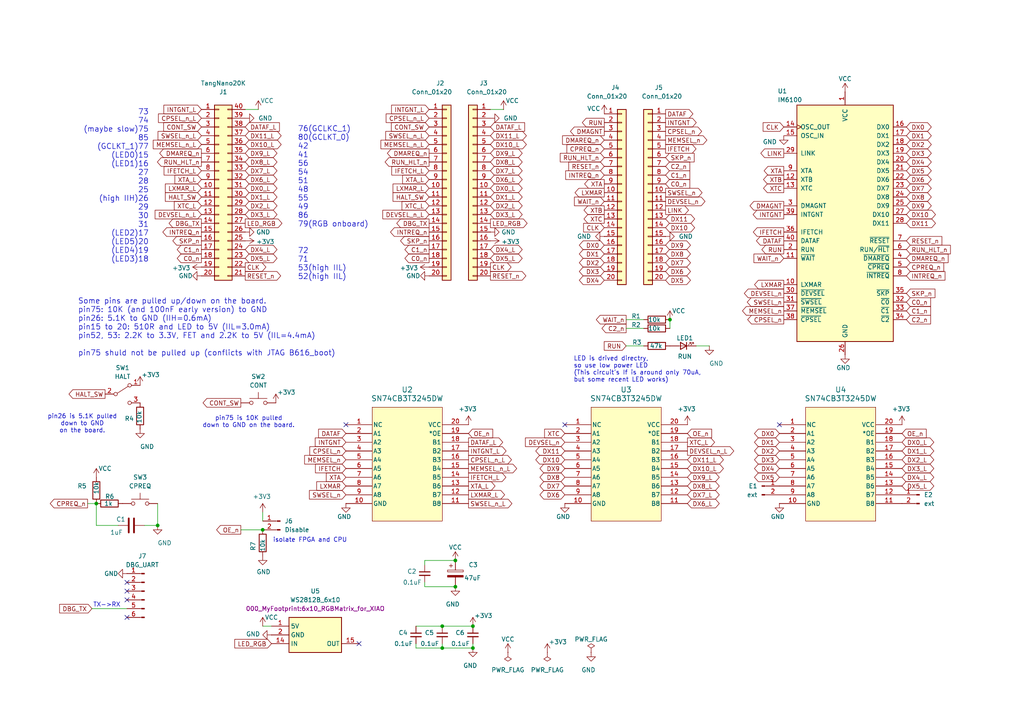
<source format=kicad_sch>
(kicad_sch (version 20250114) (generator "eeschema") (generator_version "9.0")
  (paper "A4")
  (title_block (title "Memory System and UART for IM6100  using Tang Nano 20K") (date "2026-01-12") (rev "2.1") (company "Ryo Mukai"))
  (lib_symbols
    (symbol "000_MyLibrary:C" (pin_numbers (hide yes)) (pin_names (offset 0.254))
      (property "Reference" "C" (at 0.635 2.54 0))
      (property "Value" "C" (at 0.635 -2.54 0))
      (symbol "C_1_1"
        (pin passive line (at 0 3.81 270) (length 2.794) (name "~") (number "1"))
        (pin passive line (at 0 -3.81 90) (length 2.794) (name "~") (number "2"))
      )
    )
    (symbol "000_MyLibrary:C_Polarized" (pin_numbers (hide yes)) (pin_names (offset 0.254))
      (property "Reference" "C" (at 0.635 2.54 0))
      (property "Value" "C_Polarized" (at 0.635 -2.54 0))
      (symbol "C_Polarized_1_1"
        (pin passive line (at 0 3.81 270) (length 2.794) (name "~") (number "1"))
        (pin passive line (at 0 -3.81 90) (length 2.794) (name "~") (number "2"))
      )
    )
    (symbol "000_MyLibrary:C_Small" (pin_numbers (hide yes)) (pin_names (offset 0.254) (hide yes))
      (property "Reference" "C" (at 0.254 1.778 0))
      (property "Value" "C_Small" (at 0.254 -2.032 0))
      (symbol "C_Small_1_1"
        (pin passive line (at 0 2.54 270) (length 2.032) (name "~") (number "1"))
        (pin passive line (at 0 -2.54 90) (length 2.032) (name "~") (number "2"))
      )
    )
    (symbol "000_MyLibrary:Conn_01x02_Male" (pin_names (offset 1.016) (hide yes))
      (property "Reference" "J" (at 0 2.54 0))
      (property "Value" "Conn_01x02_Male" (at 0 -5.08 0))
      (symbol "Conn_01x02_Male_1_1"
        (pin passive line (at 5.08 0 180) (length 3.81) (name "Pin_1") (number "1"))
        (pin passive line (at 5.08 -2.54 180) (length 3.81) (name "Pin_2") (number "2"))
      )
    )
    (symbol "000_MyLibrary:Conn_01x06_Pin" (pin_names (offset 1.016) (hide yes))
      (property "Reference" "J" (at 0 7.62 0))
      (property "Value" "Conn_01x06_Pin" (at 0 -10.16 0))
      (symbol "Conn_01x06_Pin_1_1"
        (pin passive line (at 5.08 5.08 180) (length 3.81) (name "Pin_1") (number "1"))
        (pin passive line (at 5.08 2.54 180) (length 3.81) (name "Pin_2") (number "2"))
        (pin passive line (at 5.08 0 180) (length 3.81) (name "Pin_3") (number "3"))
        (pin passive line (at 5.08 -2.54 180) (length 3.81) (name "Pin_4") (number "4"))
        (pin passive line (at 5.08 -5.08 180) (length 3.81) (name "Pin_5") (number "5"))
        (pin passive line (at 5.08 -7.62 180) (length 3.81) (name "Pin_6") (number "6"))
      )
    )
    (symbol "000_MyLibrary:Conn_01x20" (pin_names (offset 1.016) (hide yes))
      (property "Reference" "J" (at 0 25.4 0))
      (property "Value" "Conn_01x20" (at 0 -27.94 0))
      (symbol "Conn_01x20_1_1"
        (pin passive line (at -5.08 22.86 0) (length 3.81) (name "Pin_1") (number "1"))
        (pin passive line (at -5.08 20.32 0) (length 3.81) (name "Pin_2") (number "2"))
        (pin passive line (at -5.08 17.78 0) (length 3.81) (name "Pin_3") (number "3"))
        (pin passive line (at -5.08 15.24 0) (length 3.81) (name "Pin_4") (number "4"))
        (pin passive line (at -5.08 12.7 0) (length 3.81) (name "Pin_5") (number "5"))
        (pin passive line (at -5.08 10.16 0) (length 3.81) (name "Pin_6") (number "6"))
        (pin passive line (at -5.08 7.62 0) (length 3.81) (name "Pin_7") (number "7"))
        (pin passive line (at -5.08 5.08 0) (length 3.81) (name "Pin_8") (number "8"))
        (pin passive line (at -5.08 2.54 0) (length 3.81) (name "Pin_9") (number "9"))
        (pin passive line (at -5.08 0 0) (length 3.81) (name "Pin_10") (number "10"))
        (pin passive line (at -5.08 -2.54 0) (length 3.81) (name "Pin_11") (number "11"))
        (pin passive line (at -5.08 -5.08 0) (length 3.81) (name "Pin_12") (number "12"))
        (pin passive line (at -5.08 -7.62 0) (length 3.81) (name "Pin_13") (number "13"))
        (pin passive line (at -5.08 -10.16 0) (length 3.81) (name "Pin_14") (number "14"))
        (pin passive line (at -5.08 -12.7 0) (length 3.81) (name "Pin_15") (number "15"))
        (pin passive line (at -5.08 -15.24 0) (length 3.81) (name "Pin_16") (number "16"))
        (pin passive line (at -5.08 -17.78 0) (length 3.81) (name "Pin_17") (number "17"))
        (pin passive line (at -5.08 -20.32 0) (length 3.81) (name "Pin_18") (number "18"))
        (pin passive line (at -5.08 -22.86 0) (length 3.81) (name "Pin_19") (number "19"))
        (pin passive line (at -5.08 -25.4 0) (length 3.81) (name "Pin_20") (number "20"))
      )
    )
    (symbol "000_MyLibrary:Conn_02x20_Counter_Clockwise" (pin_names (offset 1.016) (hide yes))
      (property "Reference" "J" (at 1.27 25.4 0))
      (property "Value" "Conn_02x20_Counter_Clockwise" (at 1.27 -27.94 0))
      (symbol "Conn_02x20_Counter_Clockwise_1_1"
        (pin passive line (at -5.08 22.86 0) (length 3.81) (name "Pin_1") (number "1"))
        (pin passive line (at -5.08 20.32 0) (length 3.81) (name "Pin_2") (number "2"))
        (pin passive line (at -5.08 17.78 0) (length 3.81) (name "Pin_3") (number "3"))
        (pin passive line (at -5.08 15.24 0) (length 3.81) (name "Pin_4") (number "4"))
        (pin passive line (at -5.08 12.7 0) (length 3.81) (name "Pin_5") (number "5"))
        (pin passive line (at -5.08 10.16 0) (length 3.81) (name "Pin_6") (number "6"))
        (pin passive line (at -5.08 7.62 0) (length 3.81) (name "Pin_7") (number "7"))
        (pin passive line (at -5.08 5.08 0) (length 3.81) (name "Pin_8") (number "8"))
        (pin passive line (at -5.08 2.54 0) (length 3.81) (name "Pin_9") (number "9"))
        (pin passive line (at -5.08 0 0) (length 3.81) (name "Pin_10") (number "10"))
        (pin passive line (at -5.08 -2.54 0) (length 3.81) (name "Pin_11") (number "11"))
        (pin passive line (at -5.08 -5.08 0) (length 3.81) (name "Pin_12") (number "12"))
        (pin passive line (at -5.08 -7.62 0) (length 3.81) (name "Pin_13") (number "13"))
        (pin passive line (at -5.08 -10.16 0) (length 3.81) (name "Pin_14") (number "14"))
        (pin passive line (at -5.08 -12.7 0) (length 3.81) (name "Pin_15") (number "15"))
        (pin passive line (at -5.08 -15.24 0) (length 3.81) (name "Pin_16") (number "16"))
        (pin passive line (at -5.08 -17.78 0) (length 3.81) (name "Pin_17") (number "17"))
        (pin passive line (at -5.08 -20.32 0) (length 3.81) (name "Pin_18") (number "18"))
        (pin passive line (at -5.08 -22.86 0) (length 3.81) (name "Pin_19") (number "19"))
        (pin passive line (at -5.08 -25.4 0) (length 3.81) (name "Pin_20") (number "20"))
        (pin passive line (at 7.62 22.86 180) (length 3.81) (name "Pin_40") (number "40"))
        (pin passive line (at 7.62 20.32 180) (length 3.81) (name "Pin_39") (number "39"))
        (pin passive line (at 7.62 17.78 180) (length 3.81) (name "Pin_38") (number "38"))
        (pin passive line (at 7.62 15.24 180) (length 3.81) (name "Pin_37") (number "37"))
        (pin passive line (at 7.62 12.7 180) (length 3.81) (name "Pin_36") (number "36"))
        (pin passive line (at 7.62 10.16 180) (length 3.81) (name "Pin_35") (number "35"))
        (pin passive line (at 7.62 7.62 180) (length 3.81) (name "Pin_34") (number "34"))
        (pin passive line (at 7.62 5.08 180) (length 3.81) (name "Pin_33") (number "33"))
        (pin passive line (at 7.62 2.54 180) (length 3.81) (name "Pin_32") (number "32"))
        (pin passive line (at 7.62 0 180) (length 3.81) (name "Pin_31") (number "31"))
        (pin passive line (at 7.62 -2.54 180) (length 3.81) (name "Pin_30") (number "30"))
        (pin passive line (at 7.62 -5.08 180) (length 3.81) (name "Pin_29") (number "29"))
        (pin passive line (at 7.62 -7.62 180) (length 3.81) (name "Pin_28") (number "28"))
        (pin passive line (at 7.62 -10.16 180) (length 3.81) (name "Pin_27") (number "27"))
        (pin passive line (at 7.62 -12.7 180) (length 3.81) (name "Pin_26") (number "26"))
        (pin passive line (at 7.62 -15.24 180) (length 3.81) (name "Pin_25") (number "25"))
        (pin passive line (at 7.62 -17.78 180) (length 3.81) (name "Pin_24") (number "24"))
        (pin passive line (at 7.62 -20.32 180) (length 3.81) (name "Pin_23") (number "23"))
        (pin passive line (at 7.62 -22.86 180) (length 3.81) (name "Pin_22") (number "22"))
        (pin passive line (at 7.62 -25.4 180) (length 3.81) (name "Pin_21") (number "21"))
      )
    )
    (symbol "000_MyLibrary:IM6100" (pin_names (offset 1.016))
      (property "Reference" "U1" (at 1.9559 38.1 0))
      (property "Value" "IM6100" (at 1.9559 35.56 0))
      (symbol "IM6100_1_1"
        (pin input clock (at -17.78 27.94 0) (length 3.81) (name "OSC_OUT") (number "14"))
        (pin input line (at -17.78 25.4 0) (length 3.81) (name "OSC_IN") (number "15"))
        (pin output line (at -17.78 20.32 0) (length 3.81) (name "LINK") (number "29"))
        (pin output line (at -17.78 15.24 0) (length 3.81) (name "XTA") (number "9"))
        (pin output line (at -17.78 12.7 0) (length 3.81) (name "XTB") (number "12"))
        (pin output line (at -17.78 10.16 0) (length 3.81) (name "XTC") (number "13"))
        (pin output line (at -17.78 5.08 0) (length 3.81) (name "DMAGNT") (number "3"))
        (pin output line (at -17.78 2.54 0) (length 3.81) (name "INTGNT") (number "39"))
        (pin output line (at -17.78 -2.54 0) (length 3.81) (name "IFETCH") (number "36"))
        (pin output line (at -17.78 -5.08 0) (length 3.81) (name "DATAF") (number "40"))
        (pin output line (at -17.78 -7.62 0) (length 3.81) (name "RUN") (number "2"))
        (pin input line (at -17.78 -10.16 0) (length 3.81) (name "~{WAIT}") (number "11"))
        (pin output line (at -17.78 -17.78 0) (length 3.81) (name "LXMAR") (number "10"))
        (pin output line (at -17.78 -20.32 0) (length 3.81) (name "~{DEVSEL}") (number "30"))
        (pin output line (at -17.78 -22.86 0) (length 3.81) (name "~{SWSEL}") (number "31"))
        (pin output line (at -17.78 -25.4 0) (length 3.81) (name "~{MEMSEL}") (number "37"))
        (pin output line (at -17.78 -27.94 0) (length 3.81) (name "~{CPSEL}") (number "38"))
        (pin power_in line (at 0 38.1 270) (length 3.81) (name "VCC") (number "1"))
        (pin power_in line (at 0 -38.1 90) (length 3.81) (name "GND") (number "26"))
        (pin bidirectional line (at 17.78 27.94 180) (length 3.81) (name "DX0") (number "16"))
        (pin bidirectional line (at 17.78 25.4 180) (length 3.81) (name "DX1") (number "17"))
        (pin bidirectional line (at 17.78 22.86 180) (length 3.81) (name "DX2") (number "18"))
        (pin bidirectional line (at 17.78 20.32 180) (length 3.81) (name "DX3") (number "19"))
        (pin bidirectional line (at 17.78 17.78 180) (length 3.81) (name "DX4") (number "20"))
        (pin bidirectional line (at 17.78 15.24 180) (length 3.81) (name "DX5") (number "21"))
        (pin bidirectional line (at 17.78 12.7 180) (length 3.81) (name "DX6") (number "22"))
        (pin bidirectional line (at 17.78 10.16 180) (length 3.81) (name "DX7") (number "23"))
        (pin bidirectional line (at 17.78 7.62 180) (length 3.81) (name "DX8") (number "24"))
        (pin bidirectional line (at 17.78 5.08 180) (length 3.81) (name "DX9") (number "25"))
        (pin bidirectional line (at 17.78 2.54 180) (length 3.81) (name "DX10") (number "27"))
        (pin bidirectional line (at 17.78 0 180) (length 3.81) (name "DX11") (number "28"))
        (pin input line (at 17.78 -5.08 180) (length 3.81) (name "~{RESET}") (number "7"))
        (pin input line (at 17.78 -7.62 180) (length 3.81) (name "RUN/~{HLT}") (number "6"))
        (pin input line (at 17.78 -10.16 180) (length 3.81) (name "~{DMAREQ}") (number "4"))
        (pin input line (at 17.78 -12.7 180) (length 3.81) (name "~{CPREQ}") (number "5"))
        (pin input line (at 17.78 -15.24 180) (length 3.81) (name "~{INTREQ}") (number "8"))
        (pin input line (at 17.78 -20.32 180) (length 3.81) (name "~{SKP}") (number "35"))
        (pin input line (at 17.78 -22.86 180) (length 3.81) (name "~{C0}") (number "32"))
        (pin input line (at 17.78 -25.4 180) (length 3.81) (name "~{C1}") (number "33"))
        (pin input line (at 17.78 -27.94 180) (length 3.81) (name "~{C2}") (number "34"))
      )
    )
    (symbol "000_MyLibrary:LED" (pin_numbers (hide yes)) (pin_names (offset 1.016) (hide yes))
      (property "Reference" "LED" (at 0.254 2.54 0))
      (property "Value" "LED" (at 0.254 -2.54 0))
      (symbol "LED_1_1"
        (pin passive line (at -3.81 0 0) (length 2.54) (name "K") (number "1"))
        (pin passive line (at 3.81 0 180) (length 2.54) (name "A") (number "2"))
      )
    )
    (symbol "000_MyLibrary:R" (pin_numbers (hide yes)) (pin_names (offset 0))
      (property "Reference" "R" (at 2.032 0 90))
      (property "Value" "R" (at 0 0 90))
      (symbol "R_1_1"
        (pin passive line (at 0 3.81 270) (length 1.27) (name "~") (number "1"))
        (pin passive line (at 0 -3.81 90) (length 1.27) (name "~") (number "2"))
      )
    )
    (symbol "000_MyLibrary:SN74CB3T3245DW" (pin_names (offset 0.254))
      (property "Reference" "U" (at -2.54 10.16 0))
      (property "Value" "SN74CB3T3245DW" (at 7.62 7.62 0))
      (symbol "SN74CB3T3245DW_0_1"
        (pin unspecified line (at 0 0 0) (length 7.62) (name "NC") (number "1"))
        (pin passive line (at 0 -2.54 0) (length 7.62) (name "A1") (number "2"))
        (pin passive line (at 0 -5.08 0) (length 7.62) (name "A2") (number "3"))
        (pin passive line (at 0 -7.62 0) (length 7.62) (name "A3") (number "4"))
        (pin passive line (at 0 -10.16 0) (length 7.62) (name "A4") (number "5"))
        (pin passive line (at 0 -12.7 0) (length 7.62) (name "A5") (number "6"))
        (pin passive line (at 0 -15.24 0) (length 7.62) (name "A6") (number "7"))
        (pin passive line (at 0 -17.78 0) (length 7.62) (name "A7") (number "8"))
        (pin passive line (at 0 -20.32 0) (length 7.62) (name "A8") (number "9"))
        (pin power_in line (at 0 -22.86 0) (length 7.62) (name "GND") (number "10"))
        (pin power_in line (at 35.56 0 180) (length 7.62) (name "VCC") (number "20"))
        (pin input line (at 35.56 -2.54 180) (length 7.62) (name "*OE") (number "19"))
        (pin passive line (at 35.56 -5.08 180) (length 7.62) (name "B1") (number "18"))
        (pin passive line (at 35.56 -7.62 180) (length 7.62) (name "B2") (number "17"))
        (pin passive line (at 35.56 -10.16 180) (length 7.62) (name "B3") (number "16"))
        (pin passive line (at 35.56 -12.7 180) (length 7.62) (name "B4") (number "15"))
        (pin passive line (at 35.56 -15.24 180) (length 7.62) (name "B5") (number "14"))
        (pin passive line (at 35.56 -17.78 180) (length 7.62) (name "B6") (number "13"))
        (pin passive line (at 35.56 -20.32 180) (length 7.62) (name "B7") (number "12"))
        (pin passive line (at 35.56 -22.86 180) (length 7.62) (name "B8") (number "11"))
      )
    )
    (symbol "000_MyLibrary:SW_Push" (pin_numbers (hide yes)) (pin_names (offset 1.016) (hide yes))
      (property "Reference" "SW" (at 1.27 2.54 0))
      (property "Value" "SW_Push" (at 0 -1.524 0))
      (symbol "SW_Push_0_1"
        (pin passive line (at -5.08 0 0) (length 2.54) (name "1") (number "1"))
        (pin passive line (at 5.08 0 180) (length 2.54) (name "2") (number "2"))
      )
    )
    (symbol "000_MyLibrary:SW_SPDT" (pin_names (offset 0) (hide yes))
      (property "Reference" "SW" (at 0 4.318 0))
      (property "Value" "SW_SPDT" (at 0 -5.08 0))
      (symbol "SW_SPDT_1_1"
        (pin passive line (at -5.08 0 0) (length 2.54) (name "B") (number "2"))
        (pin passive line (at 5.08 2.54 180) (length 2.54) (name "A") (number "1"))
        (pin passive line (at 5.08 -2.54 180) (length 2.54) (name "C") (number "3"))
      )
    )
    (symbol "000_MyLibrary:WS2812B_6x10"
      (property "Reference" "U" (at -5.842 11.938 0))
      (property "Value" "WS2812B_6x10" (at 0.254 14.224 0))
      (property "Footprint" "000_MyFootprint:6x10_RGBMatrix_for_XIAO" (at -10.16 16.51 0))
      (symbol "WS2812B_6x10_1_0"
        (pin power_in line (at -12.7 7.62 0) (length 5.08) (name "5V") (number "1"))
        (pin power_in line (at -12.7 5.08 0) (length 5.08) (name "GND") (number "2"))
        (pin input line (at -12.7 2.54 0) (length 5.08) (name "IN") (number "14"))
        (pin no_connect line (at -12.7 -2.54 0) (length 5.08) (hide yes) (name "3V3") (number "3"))
        (pin no_connect line (at -12.7 -5.08 0) (length 5.08) (hide yes) (name "D10") (number "4"))
        (pin no_connect line (at -12.7 -7.62 0) (length 5.08) (hide yes) (name "D9") (number "5"))
        (pin no_connect line (at -12.7 -10.16 0) (length 5.08) (hide yes) (name "D8") (number "6"))
        (pin no_connect line (at -12.7 -12.7 0) (length 5.08) (hide yes) (name "D7") (number "7"))
        (pin output line (at 12.7 2.54 180) (length 5.08) (name "OUT") (number "15"))
        (pin no_connect line (at 12.7 0 180) (length 5.08) (hide yes) (name "D1") (number "13"))
        (pin no_connect line (at 12.7 -2.54 180) (length 5.08) (hide yes) (name "D2") (number "12"))
        (pin no_connect line (at 12.7 -5.08 180) (length 5.08) (hide yes) (name "D3") (number "11"))
        (pin no_connect line (at 12.7 -7.62 180) (length 5.08) (hide yes) (name "D4") (number "10"))
        (pin no_connect line (at 12.7 -10.16 180) (length 5.08) (hide yes) (name "D5") (number "9"))
        (pin no_connect line (at 12.7 -12.7 180) (length 5.08) (hide yes) (name "D6") (number "8"))
      )
    )
    (symbol "power:+3V3" (power) (pin_numbers (hide yes)) (pin_names (offset 0) (hide yes))
      (property "Value" "+3V3" (at 0 3.556 0))
      (symbol "+3V3_1_1"
        (pin power_in line (at 0 0 90) (length 0) (name "~") (number "1"))
      )
    )
    (symbol "power:GND" (power) (pin_numbers (hide yes)) (pin_names (offset 0) (hide yes))
      (property "Value" "GND" (at 0 -3.81 0))
      (symbol "GND_1_1"
        (pin power_in line (at 0 0 270) (length 0) (name "~") (number "1"))
      )
    )
    (symbol "power:PWR_FLAG" (power) (pin_numbers (hide yes)) (pin_names (offset 0) (hide yes))
      (property "Value" "PWR_FLAG" (at 0 3.81 0))
      (symbol "PWR_FLAG_0_0"
        (pin power_out line (at 0 0 90) (length 0) (name "~") (number "1"))
      )
    )
    (symbol "power:VCC" (power) (pin_numbers (hide yes)) (pin_names (offset 0) (hide yes))
      (property "Value" "VCC" (at 0 3.556 0))
      (symbol "VCC_1_1"
        (pin power_in line (at 0 0 90) (length 0) (name "~") (number "1"))
      )
    )
  )
  (text "TX->RX" (at 30.988 175.514 0) (effects (font (size 1.27 1.27))))
  (text "72\n71\n53(high IIL)\n52(high IIL)" (at 86.36 81.28 0) (effects (font (size 1.56 1.56)) (justify left bottom)))
  (text "73\n74\n(maybe slow)75\n85\n(GCLKT_1)77\n(LED0)15\n(LED1)16\n27\n28\n25\n(high IIH)26\n29\n30\n31\n(LED2)17\n(LED5)20\n(LED4)19\n(LED3)18" (at 43.18 76.2 0) (effects (font (size 1.56 1.56)) (justify right bottom)))
  (text "76(GCLKC_1)\n80(GCLKT_0)\n42\n41\n56\n54\n51\n48\n55\n49\n86\n79(RGB onboard)" (at 86.36 66.04 0) (effects (font (size 1.56 1.56)) (justify left bottom)))
  (text "Some pins are pulled up/down on the board.\npin75: 10K (and 100nF early version) to GND\npin26: 5.1K to GND (IIH=0.6mA)\npin15 to 20: 510R and LED to 5V (IIL=3.0mA)\npin52, 53: 2.2K to 3.3V, FET and 2.2K to 5V (IIL=4.4mA)\n\npin75 shuld not be pulled up (conflicts with JTAG B616_boot)\n" (at 22.606 94.996 0) (effects (font (size 1.56 1.56)) (justify left)))
  (text "isolate FPGA and CPU" (at 89.916 156.718 0) (effects (font (size 1.27 1.27))))
  (text "pin26 is 5.1K pulled\ndown to GND\non the board." (at 23.876 122.936 0) (effects (font (size 1.27 1.27))))
  (text "pin75 is 10K pulled\ndown to GND on the board." (at 72.136 122.428 0) (effects (font (size 1.27 1.27))))
  (text "LED is drived directry,\nso use low power LED\n(This circuit's If is around only 70uA,\nbut some recent LED works)\n" (at 166.37 107.188 0) (effects (font (size 1.27 1.27)) (justify left)))
  (junction (at 137.16 181.61))
  (junction (at 128.27 187.96))
  (junction (at 45.72 152.4))
  (junction (at 27.94 146.05))
  (junction (at 128.27 181.61))
  (junction (at 137.16 187.96))
  (junction (at 194.31 92.71))
  (junction (at 132.08 170.18))
  (junction (at 132.08 162.56))
  (junction (at 76.2 153.67))
  (no_connect (at 100.33 123.19))
  (no_connect (at 36.83 168.91))
  (no_connect (at 36.83 179.07))
  (no_connect (at 163.83 123.19))
  (no_connect (at 104.14 186.69))
  (no_connect (at 226.06 123.19))
  (no_connect (at 36.83 171.45))
  (no_connect (at 36.83 173.99))
  (wire (pts (xy 25.4 146.05) (xy 27.94 146.05)))
  (wire (pts (xy 181.61 92.71) (xy 186.69 92.71)))
  (wire (pts (xy 123.19 170.18) (xy 132.08 170.18)))
  (wire (pts (xy 181.61 95.25) (xy 186.69 95.25)))
  (wire (pts (xy 194.31 92.71) (xy 194.31 95.25)))
  (wire (pts (xy 34.29 152.4) (xy 27.94 152.4)))
  (wire (pts (xy 181.61 100.33) (xy 186.69 100.33)))
  (wire (pts (xy 120.65 187.96) (xy 128.27 187.96)))
  (wire (pts (xy 120.65 186.69) (xy 120.65 187.96)))
  (wire (pts (xy 137.16 186.69) (xy 137.16 187.96)))
  (wire (pts (xy 128.27 187.96) (xy 137.16 187.96)))
  (wire (pts (xy 146.05 31.75) (xy 142.24 31.75)))
  (wire (pts (xy 123.19 163.83) (xy 123.19 162.56)))
  (wire (pts (xy 45.72 146.05) (xy 45.72 152.4)))
  (wire (pts (xy 128.27 181.61) (xy 137.16 181.61)))
  (wire (pts (xy 74.93 31.75) (xy 71.12 31.75)))
  (wire (pts (xy 76.2 148.59) (xy 76.2 151.13)))
  (wire (pts (xy 201.93 100.33) (xy 205.74 100.33)))
  (wire (pts (xy 41.91 152.4) (xy 45.72 152.4)))
  (wire (pts (xy 26.67 176.53) (xy 36.83 176.53)))
  (wire (pts (xy 27.94 152.4) (xy 27.94 146.05)))
  (wire (pts (xy 76.2 181.61) (xy 78.74 181.61)))
  (wire (pts (xy 120.65 181.61) (xy 128.27 181.61)))
  (wire (pts (xy 128.27 186.69) (xy 128.27 187.96)))
  (wire (pts (xy 69.85 153.67) (xy 76.2 153.67)))
  (wire (pts (xy 123.19 162.56) (xy 132.08 162.56)))
  (wire (pts (xy 123.19 168.91) (xy 123.19 170.18)))
  (global_label "RESET_n" (shape input) (at 175.26 48.26 180) (property "Intersheetrefs" "${INTERSHEET_REFS}" (effects (hide yes))))
  (global_label "XTA" (shape output) (at 227.33 49.53 180) (property "Intersheetrefs" "${INTERSHEET_REFS}" (effects (hide yes))))
  (global_label "LED_RGB" (shape input) (at 78.74 186.69 180) (property "Intersheetrefs" "${INTERSHEET_REFS}" (effects (hide yes))))
  (global_label "SWSEL_n_L" (shape input) (at 124.46 39.37 180) (property "Intersheetrefs" "${INTERSHEET_REFS}" (effects (hide yes))))
  (global_label "DX10_L" (shape tri_state) (at 142.24 41.91 0) (property "Intersheetrefs" "${INTERSHEET_REFS}" (effects (hide yes))))
  (global_label "HALT_SW" (shape output) (at 30.48 114.3 180) (property "Intersheetrefs" "${INTERSHEET_REFS}" (effects (hide yes))))
  (global_label "DX10_L" (shape tri_state) (at 199.39 135.89 0) (property "Intersheetrefs" "${INTERSHEET_REFS}" (effects (hide yes))))
  (global_label "DX2" (shape tri_state) (at 262.89 41.91 0) (property "Intersheetrefs" "${INTERSHEET_REFS}" (effects (hide yes))))
  (global_label "CPREQ_n" (shape input) (at 262.89 77.47 0) (property "Intersheetrefs" "${INTERSHEET_REFS}" (effects (hide yes))))
  (global_label "OE_n" (shape input) (at 135.89 125.73 0) (property "Intersheetrefs" "${INTERSHEET_REFS}" (effects (hide yes))))
  (global_label "CLK" (shape output) (at 71.12 77.47 0) (property "Intersheetrefs" "${INTERSHEET_REFS}" (effects (hide yes))))
  (global_label "XTC" (shape input) (at 163.83 125.73 180) (property "Intersheetrefs" "${INTERSHEET_REFS}" (effects (hide yes))))
  (global_label "WAIT_n" (shape input) (at 175.26 58.42 180) (property "Intersheetrefs" "${INTERSHEET_REFS}" (effects (hide yes))))
  (global_label "DX4_L" (shape tri_state) (at 261.62 138.43 0) (property "Intersheetrefs" "${INTERSHEET_REFS}" (effects (hide yes))))
  (global_label "INTGNT" (shape output) (at 193.04 35.56 0) (property "Intersheetrefs" "${INTERSHEET_REFS}" (effects (hide yes))))
  (global_label "CLK" (shape output) (at 142.24 77.47 0) (property "Intersheetrefs" "${INTERSHEET_REFS}" (effects (hide yes))))
  (global_label "C1_n" (shape output) (at 124.46 72.39 180) (property "Intersheetrefs" "${INTERSHEET_REFS}" (effects (hide yes))))
  (global_label "DX4_L" (shape tri_state) (at 142.24 72.39 0) (property "Intersheetrefs" "${INTERSHEET_REFS}" (effects (hide yes))))
  (global_label "LXMAR_L" (shape input) (at 124.46 54.61 180) (property "Intersheetrefs" "${INTERSHEET_REFS}" (effects (hide yes))))
  (global_label "C1_n" (shape output) (at 58.42 72.39 180) (property "Intersheetrefs" "${INTERSHEET_REFS}" (effects (hide yes))))
  (global_label "DX2_L" (shape tri_state) (at 142.24 59.69 0) (property "Intersheetrefs" "${INTERSHEET_REFS}" (effects (hide yes))))
  (global_label "LXMAR" (shape input) (at 100.33 140.97 180) (property "Intersheetrefs" "${INTERSHEET_REFS}" (effects (hide yes))))
  (global_label "CPSEL_n" (shape output) (at 227.33 92.71 180) (property "Intersheetrefs" "${INTERSHEET_REFS}" (effects (hide yes))))
  (global_label "CPREQ_n" (shape output) (at 25.4 146.05 180) (property "Intersheetrefs" "${INTERSHEET_REFS}" (effects (hide yes))))
  (global_label "DX11_L" (shape tri_state) (at 71.12 39.37 0) (property "Intersheetrefs" "${INTERSHEET_REFS}" (effects (hide yes))))
  (global_label "DX6" (shape tri_state) (at 163.83 143.51 180) (property "Intersheetrefs" "${INTERSHEET_REFS}" (effects (hide yes))))
  (global_label "DMAGNT" (shape output) (at 175.26 38.1 180) (property "Intersheetrefs" "${INTERSHEET_REFS}" (effects (hide yes))))
  (global_label "LXMAR" (shape output) (at 227.33 82.55 180) (property "Intersheetrefs" "${INTERSHEET_REFS}" (effects (hide yes))))
  (global_label "DX9_L" (shape tri_state) (at 142.24 44.45 0) (property "Intersheetrefs" "${INTERSHEET_REFS}" (effects (hide yes))))
  (global_label "DATAF" (shape output) (at 227.33 69.85 180) (property "Intersheetrefs" "${INTERSHEET_REFS}" (effects (hide yes))))
  (global_label "DMAGNT" (shape output) (at 227.33 59.69 180) (property "Intersheetrefs" "${INTERSHEET_REFS}" (effects (hide yes))))
  (global_label "DEVSEL_n" (shape input) (at 163.83 128.27 180) (property "Intersheetrefs" "${INTERSHEET_REFS}" (effects (hide yes))))
  (global_label "DX0" (shape tri_state) (at 226.06 125.73 180) (property "Intersheetrefs" "${INTERSHEET_REFS}" (effects (hide yes))))
  (global_label "CPSEL_n" (shape output) (at 193.04 38.1 0) (property "Intersheetrefs" "${INTERSHEET_REFS}" (effects (hide yes))))
  (global_label "DX3" (shape tri_state) (at 175.26 78.74 180) (property "Intersheetrefs" "${INTERSHEET_REFS}" (effects (hide yes))))
  (global_label "DX6_L" (shape tri_state) (at 199.39 146.05 0) (property "Intersheetrefs" "${INTERSHEET_REFS}" (effects (hide yes))))
  (global_label "DX2_L" (shape tri_state) (at 71.12 59.69 0) (property "Intersheetrefs" "${INTERSHEET_REFS}" (effects (hide yes))))
  (global_label "DMAREQ_n" (shape input) (at 175.26 40.64 180) (property "Intersheetrefs" "${INTERSHEET_REFS}" (effects (hide yes))))
  (global_label "DX9" (shape tri_state) (at 262.89 59.69 0) (property "Intersheetrefs" "${INTERSHEET_REFS}" (effects (hide yes))))
  (global_label "DX10" (shape tri_state) (at 193.04 66.04 0) (property "Intersheetrefs" "${INTERSHEET_REFS}" (effects (hide yes))))
  (global_label "C0_n" (shape input) (at 193.04 53.34 0) (property "Intersheetrefs" "${INTERSHEET_REFS}" (effects (hide yes))))
  (global_label "INTGNT" (shape input) (at 100.33 128.27 180) (property "Intersheetrefs" "${INTERSHEET_REFS}" (effects (hide yes))))
  (global_label "INTGNT_L" (shape output) (at 135.89 130.81 0) (property "Intersheetrefs" "${INTERSHEET_REFS}" (effects (hide yes))))
  (global_label "INTREQ_n" (shape output) (at 124.46 67.31 180) (property "Intersheetrefs" "${INTERSHEET_REFS}" (effects (hide yes))))
  (global_label "DX1_L" (shape tri_state) (at 71.12 57.15 0) (property "Intersheetrefs" "${INTERSHEET_REFS}" (effects (hide yes))))
  (global_label "DX4" (shape tri_state) (at 175.26 81.28 180) (property "Intersheetrefs" "${INTERSHEET_REFS}" (effects (hide yes))))
  (global_label "IFETCH_L" (shape input) (at 124.46 49.53 180) (property "Intersheetrefs" "${INTERSHEET_REFS}" (effects (hide yes))))
  (global_label "MEMSEL_n_L" (shape input) (at 124.46 41.91 180) (property "Intersheetrefs" "${INTERSHEET_REFS}" (effects (hide yes))))
  (global_label "DX11_L" (shape tri_state) (at 199.39 133.35 0) (property "Intersheetrefs" "${INTERSHEET_REFS}" (effects (hide yes))))
  (global_label "DX8" (shape tri_state) (at 262.89 57.15 0) (property "Intersheetrefs" "${INTERSHEET_REFS}" (effects (hide yes))))
  (global_label "LXMAR_L" (shape input) (at 58.42 54.61 180) (property "Intersheetrefs" "${INTERSHEET_REFS}" (effects (hide yes))))
  (global_label "DEVSEL_n" (shape output) (at 227.33 85.09 180) (property "Intersheetrefs" "${INTERSHEET_REFS}" (effects (hide yes))))
  (global_label "RUN_HLT_n" (shape input) (at 262.89 72.39 0) (property "Intersheetrefs" "${INTERSHEET_REFS}" (effects (hide yes))))
  (global_label "DX3" (shape tri_state) (at 262.89 44.45 0) (property "Intersheetrefs" "${INTERSHEET_REFS}" (effects (hide yes))))
  (global_label "DEVSEL_n" (shape output) (at 193.04 58.42 0) (property "Intersheetrefs" "${INTERSHEET_REFS}" (effects (hide yes))))
  (global_label "C0_n" (shape input) (at 262.89 87.63 0) (property "Intersheetrefs" "${INTERSHEET_REFS}" (effects (hide yes))))
  (global_label "DX8" (shape tri_state) (at 193.04 73.66 0) (property "Intersheetrefs" "${INTERSHEET_REFS}" (effects (hide yes))))
  (global_label "SKP_n" (shape output) (at 58.42 69.85 180) (property "Intersheetrefs" "${INTERSHEET_REFS}" (effects (hide yes))))
  (global_label "DX2" (shape tri_state) (at 226.06 130.81 180) (property "Intersheetrefs" "${INTERSHEET_REFS}" (effects (hide yes))))
  (global_label "RUN" (shape output) (at 175.26 35.56 180) (property "Intersheetrefs" "${INTERSHEET_REFS}" (effects (hide yes))))
  (global_label "XTC_L" (shape input) (at 58.42 59.69 180) (property "Intersheetrefs" "${INTERSHEET_REFS}" (effects (hide yes))))
  (global_label "INTGNT_L" (shape input) (at 124.46 31.75 180) (property "Intersheetrefs" "${INTERSHEET_REFS}" (effects (hide yes))))
  (global_label "IFETCH_L" (shape output) (at 135.89 138.43 0) (property "Intersheetrefs" "${INTERSHEET_REFS}" (effects (hide yes))))
  (global_label "XTC_L" (shape output) (at 199.39 128.27 0) (property "Intersheetrefs" "${INTERSHEET_REFS}" (effects (hide yes))))
  (global_label "SWSEL_n_L" (shape output) (at 135.89 146.05 0) (property "Intersheetrefs" "${INTERSHEET_REFS}" (effects (hide yes))))
  (global_label "MEMSEL_n" (shape output) (at 193.04 40.64 0) (property "Intersheetrefs" "${INTERSHEET_REFS}" (effects (hide yes))))
  (global_label "C1_n" (shape input) (at 262.89 90.17 0) (property "Intersheetrefs" "${INTERSHEET_REFS}" (effects (hide yes))))
  (global_label "DMAREQ_n" (shape output) (at 58.42 44.45 180) (property "Intersheetrefs" "${INTERSHEET_REFS}" (effects (hide yes))))
  (global_label "MEMSEL_n_L" (shape output) (at 135.89 135.89 0) (property "Intersheetrefs" "${INTERSHEET_REFS}" (effects (hide yes))))
  (global_label "SWSEL_n" (shape output) (at 227.33 87.63 180) (property "Intersheetrefs" "${INTERSHEET_REFS}" (effects (hide yes))))
  (global_label "DX4" (shape tri_state) (at 262.89 46.99 0) (property "Intersheetrefs" "${INTERSHEET_REFS}" (effects (hide yes))))
  (global_label "DEVSEL_n_L" (shape output) (at 199.39 130.81 0) (property "Intersheetrefs" "${INTERSHEET_REFS}" (effects (hide yes))))
  (global_label "DX6" (shape tri_state) (at 193.04 78.74 0) (property "Intersheetrefs" "${INTERSHEET_REFS}" (effects (hide yes))))
  (global_label "LED_RGB" (shape output) (at 71.12 64.77 0) (property "Intersheetrefs" "${INTERSHEET_REFS}" (effects (hide yes))))
  (global_label "DX5_L" (shape tri_state) (at 71.12 74.93 0) (property "Intersheetrefs" "${INTERSHEET_REFS}" (effects (hide yes))))
  (global_label "LXMAR" (shape output) (at 175.26 55.88 180) (property "Intersheetrefs" "${INTERSHEET_REFS}" (effects (hide yes))))
  (global_label "OE_n" (shape input) (at 261.62 125.73 0) (property "Intersheetrefs" "${INTERSHEET_REFS}" (effects (hide yes))))
  (global_label "DATAF" (shape input) (at 100.33 125.73 180) (property "Intersheetrefs" "${INTERSHEET_REFS}" (effects (hide yes))))
  (global_label "DX8_L" (shape tri_state) (at 71.12 46.99 0) (property "Intersheetrefs" "${INTERSHEET_REFS}" (effects (hide yes))))
  (global_label "DX9" (shape tri_state) (at 163.83 135.89 180) (property "Intersheetrefs" "${INTERSHEET_REFS}" (effects (hide yes))))
  (global_label "RESET_n" (shape output) (at 71.12 80.01 0) (property "Intersheetrefs" "${INTERSHEET_REFS}" (effects (hide yes))))
  (global_label "DX2" (shape tri_state) (at 175.26 76.2 180) (property "Intersheetrefs" "${INTERSHEET_REFS}" (effects (hide yes))))
  (global_label "XTB" (shape output) (at 227.33 52.07 180) (property "Intersheetrefs" "${INTERSHEET_REFS}" (effects (hide yes))))
  (global_label "DX10_L" (shape tri_state) (at 71.12 41.91 0) (property "Intersheetrefs" "${INTERSHEET_REFS}" (effects (hide yes))))
  (global_label "DX3_L" (shape tri_state) (at 71.12 62.23 0) (property "Intersheetrefs" "${INTERSHEET_REFS}" (effects (hide yes))))
  (global_label "DX3_L" (shape tri_state) (at 261.62 135.89 0) (property "Intersheetrefs" "${INTERSHEET_REFS}" (effects (hide yes))))
  (global_label "CPSEL_n" (shape input) (at 100.33 130.81 180) (property "Intersheetrefs" "${INTERSHEET_REFS}" (effects (hide yes))))
  (global_label "DBG_TX" (shape input) (at 26.67 176.53 180) (property "Intersheetrefs" "${INTERSHEET_REFS}" (effects (hide yes))))
  (global_label "DX8_L" (shape tri_state) (at 199.39 140.97 0) (property "Intersheetrefs" "${INTERSHEET_REFS}" (effects (hide yes))))
  (global_label "DX9_L" (shape tri_state) (at 71.12 44.45 0) (property "Intersheetrefs" "${INTERSHEET_REFS}" (effects (hide yes))))
  (global_label "DX5" (shape tri_state) (at 193.04 81.28 0) (property "Intersheetrefs" "${INTERSHEET_REFS}" (effects (hide yes))))
  (global_label "DX11" (shape tri_state) (at 163.83 130.81 180) (property "Intersheetrefs" "${INTERSHEET_REFS}" (effects (hide yes))))
  (global_label "DX7" (shape tri_state) (at 163.83 140.97 180) (property "Intersheetrefs" "${INTERSHEET_REFS}" (effects (hide yes))))
  (global_label "INTGNT" (shape output) (at 227.33 62.23 180) (property "Intersheetrefs" "${INTERSHEET_REFS}" (effects (hide yes))))
  (global_label "DX11_L" (shape tri_state) (at 142.24 39.37 0) (property "Intersheetrefs" "${INTERSHEET_REFS}" (effects (hide yes))))
  (global_label "DX5" (shape tri_state) (at 226.06 138.43 180) (property "Intersheetrefs" "${INTERSHEET_REFS}" (effects (hide yes))))
  (global_label "DMAREQ_n" (shape input) (at 262.89 74.93 0) (property "Intersheetrefs" "${INTERSHEET_REFS}" (effects (hide yes))))
  (global_label "DX0_L" (shape tri_state) (at 261.62 128.27 0) (property "Intersheetrefs" "${INTERSHEET_REFS}" (effects (hide yes))))
  (global_label "DX0" (shape tri_state) (at 175.26 71.12 180) (property "Intersheetrefs" "${INTERSHEET_REFS}" (effects (hide yes))))
  (global_label "DATAF" (shape output) (at 193.04 33.02 0) (property "Intersheetrefs" "${INTERSHEET_REFS}" (effects (hide yes))))
  (global_label "DEVSEL_n_L" (shape input) (at 124.46 62.23 180) (property "Intersheetrefs" "${INTERSHEET_REFS}" (effects (hide yes))))
  (global_label "DX1_L" (shape tri_state) (at 142.24 57.15 0) (property "Intersheetrefs" "${INTERSHEET_REFS}" (effects (hide yes))))
  (global_label "IFETCH_L" (shape input) (at 58.42 49.53 180) (property "Intersheetrefs" "${INTERSHEET_REFS}" (effects (hide yes))))
  (global_label "XTA_L" (shape output) (at 135.89 140.97 0) (property "Intersheetrefs" "${INTERSHEET_REFS}" (effects (hide yes))))
  (global_label "OE_n" (shape input) (at 199.39 125.73 0) (property "Intersheetrefs" "${INTERSHEET_REFS}" (effects (hide yes))))
  (global_label "DX1_L" (shape tri_state) (at 261.62 130.81 0) (property "Intersheetrefs" "${INTERSHEET_REFS}" (effects (hide yes))))
  (global_label "CPSEL_n_L" (shape output) (at 135.89 133.35 0) (property "Intersheetrefs" "${INTERSHEET_REFS}" (effects (hide yes))))
  (global_label "DX6_L" (shape tri_state) (at 142.24 52.07 0) (property "Intersheetrefs" "${INTERSHEET_REFS}" (effects (hide yes))))
  (global_label "DX4_L" (shape tri_state) (at 71.12 72.39 0) (property "Intersheetrefs" "${INTERSHEET_REFS}" (effects (hide yes))))
  (global_label "CPREQ_n" (shape input) (at 175.26 43.18 180) (property "Intersheetrefs" "${INTERSHEET_REFS}" (effects (hide yes))))
  (global_label "DX9_L" (shape tri_state) (at 199.39 138.43 0) (property "Intersheetrefs" "${INTERSHEET_REFS}" (effects (hide yes))))
  (global_label "DX6" (shape tri_state) (at 262.89 52.07 0) (property "Intersheetrefs" "${INTERSHEET_REFS}" (effects (hide yes))))
  (global_label "DMAREQ_n" (shape output) (at 124.46 44.45 180) (property "Intersheetrefs" "${INTERSHEET_REFS}" (effects (hide yes))))
  (global_label "DX2_L" (shape tri_state) (at 261.62 133.35 0) (property "Intersheetrefs" "${INTERSHEET_REFS}" (effects (hide yes))))
  (global_label "DX1" (shape tri_state) (at 175.26 73.66 180) (property "Intersheetrefs" "${INTERSHEET_REFS}" (effects (hide yes))))
  (global_label "DX10" (shape tri_state) (at 163.83 133.35 180) (property "Intersheetrefs" "${INTERSHEET_REFS}" (effects (hide yes))))
  (global_label "DX3" (shape tri_state) (at 226.06 133.35 180) (property "Intersheetrefs" "${INTERSHEET_REFS}" (effects (hide yes))))
  (global_label "SKP_n" (shape input) (at 193.04 45.72 0) (property "Intersheetrefs" "${INTERSHEET_REFS}" (effects (hide yes))))
  (global_label "XTA_L" (shape input) (at 58.42 52.07 180) (property "Intersheetrefs" "${INTERSHEET_REFS}" (effects (hide yes))))
  (global_label "WAIT_n" (shape output) (at 181.61 92.71 180) (property "Intersheetrefs" "${INTERSHEET_REFS}" (effects (hide yes))))
  (global_label "DX1" (shape tri_state) (at 262.89 39.37 0) (property "Intersheetrefs" "${INTERSHEET_REFS}" (effects (hide yes))))
  (global_label "DX0_L" (shape tri_state) (at 142.24 54.61 0) (property "Intersheetrefs" "${INTERSHEET_REFS}" (effects (hide yes))))
  (global_label "DX10" (shape tri_state) (at 262.89 62.23 0) (property "Intersheetrefs" "${INTERSHEET_REFS}" (effects (hide yes))))
  (global_label "DX0" (shape tri_state) (at 262.89 36.83 0) (property "Intersheetrefs" "${INTERSHEET_REFS}" (effects (hide yes))))
  (global_label "CPSEL_n_L" (shape input) (at 124.46 34.29 180) (property "Intersheetrefs" "${INTERSHEET_REFS}" (effects (hide yes))))
  (global_label "SKP_n" (shape output) (at 124.46 69.85 180) (property "Intersheetrefs" "${INTERSHEET_REFS}" (effects (hide yes))))
  (global_label "DX7" (shape tri_state) (at 193.04 76.2 0) (property "Intersheetrefs" "${INTERSHEET_REFS}" (effects (hide yes))))
  (global_label "LXMAR_L" (shape output) (at 135.89 143.51 0) (property "Intersheetrefs" "${INTERSHEET_REFS}" (effects (hide yes))))
  (global_label "DX7" (shape tri_state) (at 262.89 54.61 0) (property "Intersheetrefs" "${INTERSHEET_REFS}" (effects (hide yes))))
  (global_label "DX5_L" (shape tri_state) (at 261.62 140.97 0) (property "Intersheetrefs" "${INTERSHEET_REFS}" (effects (hide yes))))
  (global_label "XTC" (shape output) (at 227.33 54.61 180) (property "Intersheetrefs" "${INTERSHEET_REFS}" (effects (hide yes))))
  (global_label "DBG_TX" (shape output) (at 124.46 64.77 180) (property "Intersheetrefs" "${INTERSHEET_REFS}" (effects (hide yes))))
  (global_label "C2_n" (shape input) (at 193.04 48.26 0) (property "Intersheetrefs" "${INTERSHEET_REFS}" (effects (hide yes))))
  (global_label "CONT_SW" (shape output) (at 69.85 116.84 180) (property "Intersheetrefs" "${INTERSHEET_REFS}" (effects (hide yes))))
  (global_label "DX7_L" (shape tri_state) (at 142.24 49.53 0) (property "Intersheetrefs" "${INTERSHEET_REFS}" (effects (hide yes))))
  (global_label "CPSEL_n_L" (shape input) (at 58.42 34.29 180) (property "Intersheetrefs" "${INTERSHEET_REFS}" (effects (hide yes))))
  (global_label "RUN_HLT_n" (shape output) (at 124.46 46.99 180) (property "Intersheetrefs" "${INTERSHEET_REFS}" (effects (hide yes))))
  (global_label "SWSEL_n" (shape output) (at 193.04 55.88 0) (property "Intersheetrefs" "${INTERSHEET_REFS}" (effects (hide yes))))
  (global_label "C1_n" (shape input) (at 193.04 50.8 0) (property "Intersheetrefs" "${INTERSHEET_REFS}" (effects (hide yes))))
  (global_label "HALT_SW" (shape input) (at 124.46 57.15 180) (property "Intersheetrefs" "${INTERSHEET_REFS}" (effects (hide yes))))
  (global_label "XTA" (shape input) (at 100.33 138.43 180) (property "Intersheetrefs" "${INTERSHEET_REFS}" (effects (hide yes))))
  (global_label "XTA_L" (shape input) (at 124.46 52.07 180) (property "Intersheetrefs" "${INTERSHEET_REFS}" (effects (hide yes))))
  (global_label "WAIT_n" (shape input) (at 227.33 74.93 180) (property "Intersheetrefs" "${INTERSHEET_REFS}" (effects (hide yes))))
  (global_label "RESET_n" (shape output) (at 142.24 80.01 0) (property "Intersheetrefs" "${INTERSHEET_REFS}" (effects (hide yes))))
  (global_label "LINK" (shape output) (at 227.33 44.45 180) (property "Intersheetrefs" "${INTERSHEET_REFS}" (effects (hide yes))))
  (global_label "XTA" (shape output) (at 175.26 53.34 180) (property "Intersheetrefs" "${INTERSHEET_REFS}" (effects (hide yes))))
  (global_label "C0_n" (shape output) (at 124.46 74.93 180) (property "Intersheetrefs" "${INTERSHEET_REFS}" (effects (hide yes))))
  (global_label "SWSEL_n_L" (shape input) (at 58.42 39.37 180) (property "Intersheetrefs" "${INTERSHEET_REFS}" (effects (hide yes))))
  (global_label "INTREQ_n" (shape input) (at 175.26 50.8 180) (property "Intersheetrefs" "${INTERSHEET_REFS}" (effects (hide yes))))
  (global_label "MEMSEL_n" (shape output) (at 227.33 90.17 180) (property "Intersheetrefs" "${INTERSHEET_REFS}" (effects (hide yes))))
  (global_label "SKP_n" (shape input) (at 262.89 85.09 0) (property "Intersheetrefs" "${INTERSHEET_REFS}" (effects (hide yes))))
  (global_label "LED_RGB" (shape output) (at 142.24 64.77 0) (property "Intersheetrefs" "${INTERSHEET_REFS}" (effects (hide yes))))
  (global_label "INTGNT_L" (shape input) (at 58.42 31.75 180) (property "Intersheetrefs" "${INTERSHEET_REFS}" (effects (hide yes))))
  (global_label "HALT_SW" (shape input) (at 58.42 57.15 180) (property "Intersheetrefs" "${INTERSHEET_REFS}" (effects (hide yes))))
  (global_label "DATAF_L" (shape output) (at 135.89 128.27 0) (property "Intersheetrefs" "${INTERSHEET_REFS}" (effects (hide yes))))
  (global_label "DX0_L" (shape tri_state) (at 71.12 54.61 0) (property "Intersheetrefs" "${INTERSHEET_REFS}" (effects (hide yes))))
  (global_label "MEMSEL_n_L" (shape input) (at 58.42 41.91 180) (property "Intersheetrefs" "${INTERSHEET_REFS}" (effects (hide yes))))
  (global_label "LINK" (shape output) (at 193.04 60.96 0) (property "Intersheetrefs" "${INTERSHEET_REFS}" (effects (hide yes))))
  (global_label "RUN" (shape output) (at 227.33 72.39 180) (property "Intersheetrefs" "${INTERSHEET_REFS}" (effects (hide yes))))
  (global_label "CONT_SW" (shape input) (at 58.42 36.83 180) (property "Intersheetrefs" "${INTERSHEET_REFS}" (effects (hide yes))))
  (global_label "IFETCH" (shape input) (at 100.33 135.89 180) (property "Intersheetrefs" "${INTERSHEET_REFS}" (effects (hide yes))))
  (global_label "INTREQ_n" (shape output) (at 58.42 67.31 180) (property "Intersheetrefs" "${INTERSHEET_REFS}" (effects (hide yes))))
  (global_label "IFETCH" (shape output) (at 227.33 67.31 180) (property "Intersheetrefs" "${INTERSHEET_REFS}" (effects (hide yes))))
  (global_label "DX11" (shape tri_state) (at 262.89 64.77 0) (property "Intersheetrefs" "${INTERSHEET_REFS}" (effects (hide yes))))
  (global_label "C2_n" (shape output) (at 181.61 95.25 180) (property "Intersheetrefs" "${INTERSHEET_REFS}" (effects (hide yes))))
  (global_label "OE_n" (shape output) (at 69.85 153.67 180) (property "Intersheetrefs" "${INTERSHEET_REFS}" (effects (hide yes))))
  (global_label "DATAF_L" (shape input) (at 142.24 36.83 0) (property "Intersheetrefs" "${INTERSHEET_REFS}" (effects (hide yes))))
  (global_label "DX6_L" (shape tri_state) (at 71.12 52.07 0) (property "Intersheetrefs" "${INTERSHEET_REFS}" (effects (hide yes))))
  (global_label "DX8_L" (shape tri_state) (at 142.24 46.99 0) (property "Intersheetrefs" "${INTERSHEET_REFS}" (effects (hide yes))))
  (global_label "DX9" (shape tri_state) (at 193.04 71.12 0) (property "Intersheetrefs" "${INTERSHEET_REFS}" (effects (hide yes))))
  (global_label "RESET_n" (shape input) (at 262.89 69.85 0) (property "Intersheetrefs" "${INTERSHEET_REFS}" (effects (hide yes))))
  (global_label "IFETCH" (shape output) (at 193.04 43.18 0) (property "Intersheetrefs" "${INTERSHEET_REFS}" (effects (hide yes))))
  (global_label "SWSEL_n" (shape input) (at 100.33 143.51 180) (property "Intersheetrefs" "${INTERSHEET_REFS}" (effects (hide yes))))
  (global_label "RUN_HLT_n" (shape output) (at 58.42 46.99 180) (property "Intersheetrefs" "${INTERSHEET_REFS}" (effects (hide yes))))
  (global_label "XTC" (shape output) (at 175.26 63.5 180) (property "Intersheetrefs" "${INTERSHEET_REFS}" (effects (hide yes))))
  (global_label "DX1" (shape tri_state) (at 226.06 128.27 180) (property "Intersheetrefs" "${INTERSHEET_REFS}" (effects (hide yes))))
  (global_label "DX7_L" (shape tri_state) (at 71.12 49.53 0) (property "Intersheetrefs" "${INTERSHEET_REFS}" (effects (hide yes))))
  (global_label "RUN" (shape input) (at 181.61 100.33 180) (property "Intersheetrefs" "${INTERSHEET_REFS}" (effects (hide yes))))
  (global_label "DX5_L" (shape tri_state) (at 142.24 74.93 0) (property "Intersheetrefs" "${INTERSHEET_REFS}" (effects (hide yes))))
  (global_label "DX4" (shape tri_state) (at 226.06 135.89 180) (property "Intersheetrefs" "${INTERSHEET_REFS}" (effects (hide yes))))
  (global_label "CONT_SW" (shape input) (at 124.46 36.83 180) (property "Intersheetrefs" "${INTERSHEET_REFS}" (effects (hide yes))))
  (global_label "MEMSEL_n" (shape input) (at 100.33 133.35 180) (property "Intersheetrefs" "${INTERSHEET_REFS}" (effects (hide yes))))
  (global_label "RUN_HLT_n" (shape input) (at 175.26 45.72 180) (property "Intersheetrefs" "${INTERSHEET_REFS}" (effects (hide yes))))
  (global_label "DX11" (shape tri_state) (at 193.04 63.5 0) (property "Intersheetrefs" "${INTERSHEET_REFS}" (effects (hide yes))))
  (global_label "DX3_L" (shape tri_state) (at 142.24 62.23 0) (property "Intersheetrefs" "${INTERSHEET_REFS}" (effects (hide yes))))
  (global_label "DBG_TX" (shape output) (at 58.42 64.77 180) (property "Intersheetrefs" "${INTERSHEET_REFS}" (effects (hide yes))))
  (global_label "DEVSEL_n_L" (shape input) (at 58.42 62.23 180) (property "Intersheetrefs" "${INTERSHEET_REFS}" (effects (hide yes))))
  (global_label "XTC_L" (shape input) (at 124.46 59.69 180) (property "Intersheetrefs" "${INTERSHEET_REFS}" (effects (hide yes))))
  (global_label "INTREQ_n" (shape input) (at 262.89 80.01 0) (property "Intersheetrefs" "${INTERSHEET_REFS}" (effects (hide yes))))
  (global_label "DX7_L" (shape tri_state) (at 199.39 143.51 0) (property "Intersheetrefs" "${INTERSHEET_REFS}" (effects (hide yes))))
  (global_label "DATAF_L" (shape input) (at 71.12 36.83 0) (property "Intersheetrefs" "${INTERSHEET_REFS}" (effects (hide yes))))
  (global_label "CLK" (shape input) (at 227.33 36.83 180) (property "Intersheetrefs" "${INTERSHEET_REFS}" (effects (hide yes))))
  (global_label "C0_n" (shape output) (at 58.42 74.93 180) (property "Intersheetrefs" "${INTERSHEET_REFS}" (effects (hide yes))))
  (global_label "DX8" (shape tri_state) (at 163.83 138.43 180) (property "Intersheetrefs" "${INTERSHEET_REFS}" (effects (hide yes))))
  (global_label "XTB" (shape output) (at 175.26 60.96 180) (property "Intersheetrefs" "${INTERSHEET_REFS}" (effects (hide yes))))
  (global_label "DX5" (shape tri_state) (at 262.89 49.53 0) (property "Intersheetrefs" "${INTERSHEET_REFS}" (effects (hide yes))))
  (global_label "C2_n" (shape input) (at 262.89 92.71 0) (property "Intersheetrefs" "${INTERSHEET_REFS}" (effects (hide yes))))
  (global_label "CLK" (shape input) (at 175.26 66.04 180) (property "Intersheetrefs" "${INTERSHEET_REFS}" (effects (hide yes))))
  (symbol (lib_id "power:GND") (at 163.83 146.05 0) (mirror y) (unit 1)
    (property "Reference" "#PWR029" (effects (hide yes)))
    (property "Value" "GND" (at 161.29 149.86 0) (effects (justify right)))
    (property "Description" "Power symbol creates a global label with name \"GND\" , ground" (effects (hide yes)))
  )
  (symbol (lib_id "power:GND") (at 245.11 102.87 0) (mirror y) (unit 1)
    (property "Reference" "#PWR020" (effects (hide yes)))
    (property "Value" "GND" (at 242.57 106.68 0) (effects (justify right)))
    (property "Description" "Power symbol creates a global label with name \"GND\" , ground" (effects (hide yes)))
  )
  (symbol (lib_id "power:GND") (at 76.2 161.29 0) (unit 1)
    (property "Reference" "#PWR033" (effects (hide yes)))
    (property "Value" "GND" (at 78.486 165.862 0) (effects (justify right)))
    (property "Description" "Power symbol creates a global label with name \"GND\" , ground" (effects (hide yes)))
  )
  (symbol (lib_id "000_MyLibrary:IM6100") (at 245.11 64.77 0) (unit 1)
    (property "Reference" "U1" (at 225.552 26.416 0) (effects (justify left)))
    (property "Value" "IM6100" (at 225.552 28.956 0) (effects (justify left)))
    (property "Footprint" "000_MyFootprint:DIP-40_W15.24mm_Socket" (effects (hide yes)))
    (property "Datasheet" "https://bitsavers.org/pdf/dec/pdp8/cmos8/IM6100.pdf" (effects (hide yes)))
    (property "Description" "12-bit General Purpose Microprocessor executes PDP-8/E Instruction set, DIP-40" (effects (hide yes)))
  )
  (symbol (lib_id "power:+3V3") (at 261.62 123.19 0) (unit 1)
    (property "Reference" "#PWR025" (effects (hide yes)))
    (property "Value" "+3V3" (at 261.366 118.618 0))
    (property "Description" "Power symbol creates a global label with name \"+3V3\"" (effects (hide yes)))
  )
  (symbol (lib_id "power:GND") (at 137.16 187.96 0) (unit 1)
    (property "Reference" "#PWR040" (effects (hide yes)))
    (property "Value" "GND" (at 138.43 193.04 0) (effects (justify right)))
    (property "Description" "Power symbol creates a global label with name \"GND\" , ground" (effects (hide yes)))
  )
  (symbol (lib_id "power:GND") (at 142.24 34.29 90) (unit 1)
    (property "Reference" "#PWR06" (effects (hide yes)))
    (property "Value" "GND" (at 146.05 34.29 90) (effects (justify right)))
    (property "Description" "Power symbol creates a global label with name \"GND\" , ground" (effects (hide yes)))
  )
  (symbol (lib_id "power:GND") (at 78.74 184.15 270) (mirror x) (unit 1)
    (property "Reference" "#PWR039" (effects (hide yes)))
    (property "Value" "GND" (at 75.438 183.896 90) (effects (justify right)))
    (property "Description" "Power symbol creates a global label with name \"GND\" , ground" (effects (hide yes)))
  )
  (symbol (lib_id "000_MyLibrary:R") (at 190.5 100.33 270) (unit 1)
    (property "Reference" "R3" (at 183.388 99.314 90) (effects (justify left)))
    (property "Value" "47k" (at 188.468 100.33 90) (effects (justify left)))
    (property "Footprint" "000_MyFootprint:R_Axial_DIN0207_L6.3mm_D2.5mm_P7.62mm_Horizontal" (effects (hide yes)))
    (property "Description" "Resistor" (effects (hide yes)))
  )
  (symbol (lib_id "power:+3V3") (at 71.12 69.85 270) (mirror x) (unit 1)
    (property "Reference" "#PWR012" (effects (hide yes)))
    (property "Value" "+3V3" (at 76.962 70.104 90))
    (property "Description" "Power symbol creates a global label with name \"+3V3\"" (effects (hide yes)))
  )
  (symbol (lib_id "power:+3V3") (at 158.75 189.23 0) (unit 1)
    (property "Reference" "#PWR042" (effects (hide yes)))
    (property "Value" "+3V3" (at 161.798 186.182 0))
    (property "Description" "Power symbol creates a global label with name \"+3V3\"" (effects (hide yes)))
  )
  (symbol (lib_id "power:GND") (at 71.12 67.31 90) (unit 1)
    (property "Reference" "#PWR08" (effects (hide yes)))
    (property "Value" "GND" (at 74.295 67.31 90) (effects (justify right)))
    (property "Description" "Power symbol creates a global label with name \"GND\" , ground" (effects (hide yes)))
  )
  (symbol (lib_id "000_MyLibrary:SW_SPDT") (at 35.56 114.3 0) (unit 1)
    (property "Reference" "SW1" (at 35.56 106.68 0))
    (property "Value" "HALT" (at 35.56 109.22 0))
    (property "Footprint" "000_MyFootprint:SW_SPDT_Toggle" (effects (hide yes)))
    (property "Description" "Switch, single pole double throw" (effects (hide yes)))
  )
  (symbol (lib_id "power:GND") (at 132.08 170.18 0) (unit 1)
    (property "Reference" "#PWR036" (effects (hide yes)))
    (property "Value" "GND" (at 133.35 175.26 0) (effects (justify right)))
    (property "Description" "Power symbol creates a global label with name \"GND\" , ground" (effects (hide yes)))
  )
  (symbol (lib_id "power:GND") (at 45.72 152.4 0) (unit 1)
    (property "Reference" "#PWR032" (effects (hide yes)))
    (property "Value" "GND" (at 49.784 157.48 0) (effects (justify right)))
    (property "Description" "Power symbol creates a global label with name \"GND\" , ground" (effects (hide yes)))
  )
  (symbol (lib_id "power:VCC") (at 27.94 138.43 0) (unit 1)
    (property "Reference" "#PWR027" (effects (hide yes)))
    (property "Value" "VCC" (at 30.48 135.89 0))
    (property "Description" "Power symbol creates a global label with name \"VCC\"" (effects (hide yes)))
  )
  (symbol (lib_id "000_MyLibrary:R") (at 31.75 146.05 270) (unit 1)
    (property "Reference" "R6" (at 30.48 144.018 90) (effects (justify left)))
    (property "Value" "1k" (at 30.226 146.05 90) (effects (justify left)))
    (property "Footprint" "000_MyFootprint:R_Axial_DIN0207_L6.3mm_D2.5mm_P7.62mm_Horizontal" (effects (hide yes)))
    (property "Description" "Resistor" (effects (hide yes)))
  )
  (symbol (lib_id "000_MyLibrary:LED") (at 198.12 100.33 180) (unit 1)
    (property "Reference" "LED1" (at 198.628 98.044 0))
    (property "Value" "RUN" (at 198.628 103.378 0))
    (property "Footprint" "000_MyFootprint:LED_D3.0mm" (effects (hide yes)))
    (property "Description" "Light emitting diode" (effects (hide yes)))
  )
  (symbol (lib_id "000_MyLibrary:Conn_01x20") (at 187.96 55.88 0) (mirror y) (unit 1)
    (property "Reference" "J5" (at 192.278 25.4 0) (effects (justify left)))
    (property "Value" "Conn_01x20" (at 197.866 27.94 0) (effects (justify left)))
    (property "Footprint" "000_MyFootprint:PinSocket_1x20_P2.54mm_Vertical" (effects (hide yes)))
    (property "Description" "Generic connector, single row, 01x20, script generated (kicad-library-utils/schlib/autogen/connector/)" (effects (hide yes)))
  )
  (symbol (lib_id "power:+3V3") (at 199.39 123.19 0) (unit 1)
    (property "Reference" "#PWR024" (effects (hide yes)))
    (property "Value" "+3V3" (at 199.136 118.618 0))
    (property "Description" "Power symbol creates a global label with name \"+3V3\"" (effects (hide yes)))
  )
  (symbol (lib_id "power:PWR_FLAG") (at 147.32 189.23 180) (unit 1)
    (property "Reference" "#FLG01" (effects (hide yes)))
    (property "Value" "PWR_FLAG" (at 147.32 194.31 0))
    (property "Description" "Special symbol for telling ERC where power comes from" (effects (hide yes)))
  )
  (symbol (lib_id "000_MyLibrary:WS2812B_6x10") (at 91.44 189.23 0) (unit 1)
    (property "Reference" "U5" (at 91.44 171.45 0))
    (property "Value" "WS2812B_6x10" (at 91.44 173.99 0))
    (property "Footprint" "000_MyFootprint:6x10_RGBMatrix_for_XIAO" (at 91.44 176.53 0))
  )
  (symbol (lib_id "power:GND") (at 58.42 80.01 270) (unit 1)
    (property "Reference" "#PWR016" (effects (hide yes)))
    (property "Value" "GND" (at 55.88 80.01 90) (effects (justify right)))
    (property "Description" "Power symbol creates a global label with name \"GND\" , ground" (effects (hide yes)))
  )
  (symbol (lib_id "000_MyLibrary:Conn_01x02_Male") (at 266.7 143.51 0) (mirror y) (unit 1)
    (property "Reference" "E2" (at 267.97 143.5099 0) (effects (justify right)))
    (property "Value" "ext" (at 267.97 146.0499 0) (effects (justify right)))
    (property "Footprint" "000_MyFootprint:TH_1x02_P1.27mm" (effects (hide yes)))
    (property "Description" "Generic connector, single row, 01x02, script generated (kicad-library-utils/schlib/autogen/connector/)" (effects (hide yes)))
  )
  (symbol (lib_id "power:GND") (at 40.64 124.46 0) (unit 1)
    (property "Reference" "#PWR026" (effects (hide yes)))
    (property "Value" "GND" (at 44.704 129.54 0) (effects (justify right)))
    (property "Description" "Power symbol creates a global label with name \"GND\" , ground" (effects (hide yes)))
  )
  (symbol (lib_id "power:+3V3") (at 80.01 116.84 0) (unit 1)
    (property "Reference" "#PWR022" (effects (hide yes)))
    (property "Value" "+3V3" (at 83.058 113.792 0))
    (property "Description" "Power symbol creates a global label with name \"+3V3\"" (effects (hide yes)))
  )
  (symbol (lib_id "power:PWR_FLAG") (at 158.75 189.23 180) (unit 1)
    (property "Reference" "#FLG02" (effects (hide yes)))
    (property "Value" "PWR_FLAG" (at 158.75 194.31 0))
    (property "Description" "Special symbol for telling ERC where power comes from" (effects (hide yes)))
  )
  (symbol (lib_id "power:VCC") (at 147.32 189.23 0) (unit 1)
    (property "Reference" "#PWR041" (effects (hide yes)))
    (property "Value" "VCC" (at 147.32 185.42 0))
    (property "Description" "Power symbol creates a global label with name \"VCC\"" (effects (hide yes)))
  )
  (symbol (lib_id "000_MyLibrary:R") (at 190.5 92.71 270) (unit 1)
    (property "Reference" "R1" (at 183.134 91.694 90) (effects (justify left)))
    (property "Value" "10k" (at 187.96 92.71 90) (effects (justify left)))
    (property "Footprint" "000_MyFootprint:R_Axial_DIN0207_L6.3mm_D2.5mm_P7.62mm_Horizontal" (effects (hide yes)))
    (property "Description" "Resistor" (effects (hide yes)))
  )
  (symbol (lib_id "power:VCC") (at 194.31 92.71 0) (unit 1)
    (property "Reference" "#PWR018" (effects (hide yes)))
    (property "Value" "VCC" (at 196.85 90.17 0))
    (property "Description" "Power symbol creates a global label with name \"VCC\"" (effects (hide yes)))
  )
  (symbol (lib_id "000_MyLibrary:Conn_01x02_Male") (at 81.28 151.13 0) (mirror y) (unit 1)
    (property "Reference" "J6" (at 82.55 151.1299 0) (effects (justify right)))
    (property "Value" "Disable" (at 82.55 153.6699 0) (effects (justify right)))
    (property "Footprint" "000_MyFootprint:PinHeader_1x02_P2.54mm_Vertical" (effects (hide yes)))
    (property "Description" "Generic connector, single row, 01x02, script generated (kicad-library-utils/schlib/autogen/connector/)" (effects (hide yes)))
  )
  (symbol (lib_id "power:VCC") (at 74.93 31.75 0) (unit 1)
    (property "Reference" "#PWR02" (effects (hide yes)))
    (property "Value" "VCC" (at 77.47 29.21 0))
    (property "Description" "Power symbol creates a global label with name \"VCC\"" (effects (hide yes)))
  )
  (symbol (lib_id "power:+3V3") (at 58.42 77.47 90) (unit 1)
    (property "Reference" "#PWR014" (effects (hide yes)))
    (property "Value" "+3V3" (at 52.578 77.724 90))
    (property "Description" "Power symbol creates a global label with name \"+3V3\"" (effects (hide yes)))
  )
  (symbol (lib_id "000_MyLibrary:Conn_01x20") (at 180.34 55.88 0) (unit 1)
    (property "Reference" "J4" (at 177.292 25.4 0) (effects (justify left)))
    (property "Value" "Conn_01x20" (at 170.18 27.94 0) (effects (justify left)))
    (property "Footprint" "000_MyFootprint:PinSocket_1x20_P2.54mm_Vertical" (effects (hide yes)))
    (property "Description" "Generic connector, single row, 01x20, script generated (kicad-library-utils/schlib/autogen/connector/)" (effects (hide yes)))
  )
  (symbol (lib_id "power:GND") (at 36.83 166.37 270) (unit 1)
    (property "Reference" "#PWR035" (effects (hide yes)))
    (property "Value" "GND" (at 34.29 166.37 90) (effects (justify right)))
    (property "Description" "Power symbol creates a global label with name \"GND\" , ground" (effects (hide yes)))
  )
  (symbol (lib_id "000_MyLibrary:SN74CB3T3245DW") (at 100.33 123.19 0) (unit 1)
    (property "Reference" "U2" (at 118.11 113.03 0) (effects (font (size 1.524 1.524))))
    (property "Value" "SN74CB3T3245DW" (at 118.11 115.57 0) (effects (font (size 1.524 1.524))))
    (property "Footprint" "000_MyFootprint:DW20" (effects (hide yes)))
    (property "Datasheet" "SN74CB3T3245DW" (effects (hide yes)))
  )
  (symbol (lib_id "power:+3V3") (at 142.24 69.85 270) (mirror x) (unit 1)
    (property "Reference" "#PWR013" (effects (hide yes)))
    (property "Value" "+3V3" (at 148.082 70.104 90))
    (property "Description" "Power symbol creates a global label with name \"+3V3\"" (effects (hide yes)))
  )
  (symbol (lib_id "power:GND") (at 142.24 67.31 90) (unit 1)
    (property "Reference" "#PWR09" (effects (hide yes)))
    (property "Value" "GND" (at 145.415 67.31 90) (effects (justify right)))
    (property "Description" "Power symbol creates a global label with name \"GND\" , ground" (effects (hide yes)))
  )
  (symbol (lib_id "000_MyLibrary:Conn_01x20") (at 137.16 54.61 0) (mirror y) (unit 1)
    (property "Reference" "J3" (at 141.478 24.13 0) (effects (justify left)))
    (property "Value" "Conn_01x20" (at 147.066 26.67 0) (effects (justify left)))
    (property "Footprint" "000_MyFootprint:PinSocket_1x20_P2.54mm_Vertical" (effects (hide yes)))
    (property "Description" "Generic connector, single row, 01x20, script generated (kicad-library-utils/schlib/autogen/connector/)" (effects (hide yes)))
  )
  (symbol (lib_id "power:VCC") (at 146.05 31.75 0) (unit 1)
    (property "Reference" "#PWR03" (effects (hide yes)))
    (property "Value" "VCC" (at 148.59 29.21 0))
    (property "Description" "Power symbol creates a global label with name \"VCC\"" (effects (hide yes)))
  )
  (symbol (lib_id "000_MyLibrary:SN74CB3T3245DW") (at 226.06 123.19 0) (unit 1)
    (property "Reference" "U4" (at 243.84 113.03 0) (effects (font (size 1.524 1.524))))
    (property "Value" "SN74CB3T3245DW" (at 243.84 115.57 0) (effects (font (size 1.524 1.524))))
    (property "Footprint" "000_MyFootprint:DW20" (effects (hide yes)))
    (property "Datasheet" "SN74CB3T3245DW" (effects (hide yes)))
  )
  (symbol (lib_id "power:VCC") (at 132.08 162.56 0) (unit 1)
    (property "Reference" "#PWR034" (effects (hide yes)))
    (property "Value" "VCC" (at 132.08 158.75 0))
    (property "Description" "Power symbol creates a global label with name \"VCC\"" (effects (hide yes)))
  )
  (symbol (lib_id "000_MyLibrary:R") (at 27.94 142.24 180) (unit 1)
    (property "Reference" "R5" (at 25.146 140.97 0) (effects (justify left)))
    (property "Value" "10k" (at 27.94 139.7 90) (effects (justify left)))
    (property "Footprint" "000_MyFootprint:R_Axial_DIN0207_L6.3mm_D2.5mm_P7.62mm_Horizontal" (effects (hide yes)))
    (property "Description" "Resistor" (effects (hide yes)))
  )
  (symbol (lib_id "power:+3V3") (at 40.64 111.76 0) (unit 1)
    (property "Reference" "#PWR021" (effects (hide yes)))
    (property "Value" "+3V3" (at 43.688 108.712 0))
    (property "Description" "Power symbol creates a global label with name \"+3V3\"" (effects (hide yes)))
  )
  (symbol (lib_id "power:GND") (at 71.12 34.29 90) (unit 1)
    (property "Reference" "#PWR05" (effects (hide yes)))
    (property "Value" "GND" (at 74.93 34.29 90) (effects (justify right)))
    (property "Description" "Power symbol creates a global label with name \"GND\" , ground" (effects (hide yes)))
  )
  (symbol (lib_id "000_MyLibrary:R") (at 40.64 120.65 180) (unit 1)
    (property "Reference" "R4" (at 38.862 121.412 0) (effects (justify left)))
    (property "Value" "10k" (at 40.386 119.126 90) (effects (justify left)))
    (property "Footprint" "000_MyFootprint:R_Axial_DIN0207_L6.3mm_D2.5mm_P7.62mm_Horizontal" (effects (hide yes)))
    (property "Description" "Resistor" (effects (hide yes)))
  )
  (symbol (lib_id "000_MyLibrary:SN74CB3T3245DW") (at 163.83 123.19 0) (unit 1)
    (property "Reference" "U3" (at 181.61 113.03 0) (effects (font (size 1.524 1.524))))
    (property "Value" "SN74CB3T3245DW" (at 181.61 115.57 0) (effects (font (size 1.524 1.524))))
    (property "Footprint" "000_MyFootprint:DW20" (effects (hide yes)))
    (property "Datasheet" "SN74CB3T3245DW" (effects (hide yes)))
  )
  (symbol (lib_id "power:VCC") (at 175.26 33.02 0) (unit 1)
    (property "Reference" "#PWR04" (effects (hide yes)))
    (property "Value" "VCC" (at 172.212 31.496 0))
    (property "Description" "Power symbol creates a global label with name \"VCC\"" (effects (hide yes)))
  )
  (symbol (lib_id "000_MyLibrary:R") (at 190.5 95.25 270) (unit 1)
    (property "Reference" "R2" (at 183.134 94.234 90) (effects (justify left)))
    (property "Value" "10k" (at 187.96 95.25 90) (effects (justify left)))
    (property "Footprint" "000_MyFootprint:R_Axial_DIN0207_L6.3mm_D2.5mm_P7.62mm_Horizontal" (effects (hide yes)))
    (property "Description" "Resistor" (effects (hide yes)))
  )
  (symbol (lib_id "power:GND") (at 124.46 80.01 270) (unit 1)
    (property "Reference" "#PWR017" (effects (hide yes)))
    (property "Value" "GND" (at 121.92 80.01 90) (effects (justify right)))
    (property "Description" "Power symbol creates a global label with name \"GND\" , ground" (effects (hide yes)))
  )
  (symbol (lib_id "000_MyLibrary:C") (at 38.1 152.4 90) (mirror x) (unit 1)
    (property "Reference" "C1" (at 35.052 150.622 90))
    (property "Value" "1uF" (at 33.782 154.432 90))
    (property "Footprint" "000_MyFootprint:C_Disc_D4.3mm_W1.9mm_P5.00mm" (effects (hide yes)))
    (property "Description" "Unpolarized capacitor" (effects (hide yes)))
  )
  (symbol (lib_id "power:GND") (at 193.04 68.58 90) (unit 1)
    (property "Reference" "#PWR011" (effects (hide yes)))
    (property "Value" "GND" (at 196.85 68.58 90) (effects (justify right)))
    (property "Description" "Power symbol creates a global label with name \"GND\" , ground" (effects (hide yes)))
  )
  (symbol (lib_id "000_MyLibrary:C_Small") (at 120.65 184.15 0) (unit 1)
    (property "Reference" "C4" (at 115.57 183.5213 0) (effects (justify left)))
    (property "Value" "0.1uF" (at 114.3 186.69 0) (effects (justify left)))
    (property "Footprint" "000_MyFootprint:C_Disc_D5.0mm_W2.5mm_P2.50mm" (effects (hide yes)))
    (property "Description" "Unpolarized capacitor, small symbol" (effects (hide yes)))
  )
  (symbol (lib_id "power:GND") (at 100.33 146.05 0) (mirror y) (unit 1)
    (property "Reference" "#PWR028" (effects (hide yes)))
    (property "Value" "GND" (at 97.79 149.86 0) (effects (justify right)))
    (property "Description" "Power symbol creates a global label with name \"GND\" , ground" (effects (hide yes)))
  )
  (symbol (lib_id "power:+3V3") (at 124.46 77.47 90) (unit 1)
    (property "Reference" "#PWR015" (effects (hide yes)))
    (property "Value" "+3V3" (at 118.618 77.724 90))
    (property "Description" "Power symbol creates a global label with name \"+3V3\"" (effects (hide yes)))
  )
  (symbol (lib_id "000_MyLibrary:Conn_01x06_Pin") (at 41.91 171.45 0) (mirror y) (unit 1)
    (property "Reference" "J7" (at 41.275 161.29 0))
    (property "Value" "DBG_UART" (at 41.275 163.83 0))
    (property "Footprint" "000_MyFootprint:PinHeader_1x06_P2.54mm_Horizontal" (effects (hide yes)))
    (property "Description" "Generic connector, single row, 01x06, script generated" (effects (hide yes)))
  )
  (symbol (lib_id "power:VCC") (at 76.2 181.61 0) (unit 1)
    (property "Reference" "#PWR037" (effects (hide yes)))
    (property "Value" "VCC" (at 78.74 179.07 0))
    (property "Description" "Power symbol creates a global label with name \"VCC\"" (effects (hide yes)))
  )
  (symbol (lib_id "power:VCC") (at 245.11 26.67 0) (unit 1)
    (property "Reference" "#PWR01" (effects (hide yes)))
    (property "Value" "VCC" (at 245.11 22.86 0))
    (property "Description" "Power symbol creates a global label with name \"VCC\"" (effects (hide yes)))
  )
  (symbol (lib_id "000_MyLibrary:C_Small") (at 137.16 184.15 0) (unit 1)
    (property "Reference" "C6" (at 132.08 183.5213 0) (effects (justify left)))
    (property "Value" "0.1uF" (at 130.81 186.69 0) (effects (justify left)))
    (property "Footprint" "000_MyFootprint:C_Disc_D5.0mm_W2.5mm_P2.50mm" (effects (hide yes)))
    (property "Description" "Unpolarized capacitor, small symbol" (effects (hide yes)))
  )
  (symbol (lib_id "000_MyLibrary:Conn_01x02_Male") (at 220.98 140.97 0) (unit 1)
    (property "Reference" "E1" (at 219.71 140.9699 0) (effects (justify right)))
    (property "Value" "ext" (at 219.71 143.5099 0) (effects (justify right)))
    (property "Footprint" "000_MyFootprint:TH_1x02_P1.27mm" (effects (hide yes)))
    (property "Description" "Generic connector, single row, 01x02, script generated (kicad-library-utils/schlib/autogen/connector/)" (effects (hide yes)))
  )
  (symbol (lib_id "000_MyLibrary:SW_Push") (at 40.64 146.05 0) (mirror y) (unit 1)
    (property "Reference" "SW3" (at 40.64 138.43 0))
    (property "Value" "CPREQ" (at 40.64 140.97 0))
    (property "Footprint" "000_MyFootprint:SW_PUSH_6mm_H4.3mm" (effects (hide yes)))
    (property "Description" "Push button switch, generic, two pins" (effects (hide yes)))
  )
  (symbol (lib_id "power:+3V3") (at 135.89 123.19 0) (unit 1)
    (property "Reference" "#PWR023" (effects (hide yes)))
    (property "Value" "+3V3" (at 135.636 118.618 0))
    (property "Description" "Power symbol creates a global label with name \"+3V3\"" (effects (hide yes)))
  )
  (symbol (lib_id "000_MyLibrary:C_Small") (at 123.19 166.37 0) (unit 1)
    (property "Reference" "C2" (at 118.11 165.7413 0) (effects (justify left)))
    (property "Value" "0.1uF" (at 116.84 168.91 0) (effects (justify left)))
    (property "Footprint" "000_MyFootprint:C_Disc_D5.0mm_W2.5mm_P2.50mm" (effects (hide yes)))
    (property "Description" "Unpolarized capacitor, small symbol" (effects (hide yes)))
  )
  (symbol (lib_id "power:GND") (at 227.33 39.37 0) (mirror y) (unit 1)
    (property "Reference" "#PWR07" (effects (hide yes)))
    (property "Value" "GND" (at 221.234 41.148 0) (effects (justify right)))
    (property "Description" "Power symbol creates a global label with name \"GND\" , ground" (effects (hide yes)))
  )
  (symbol (lib_id "power:GND") (at 175.26 68.58 270) (mirror x) (unit 1)
    (property "Reference" "#PWR010" (effects (hide yes)))
    (property "Value" "GND" (at 171.45 68.58 90) (effects (justify right)))
    (property "Description" "Power symbol creates a global label with name \"GND\" , ground" (effects (hide yes)))
  )
  (symbol (lib_id "power:GND") (at 226.06 146.05 0) (mirror y) (unit 1)
    (property "Reference" "#PWR030" (effects (hide yes)))
    (property "Value" "GND" (at 223.52 149.86 0) (effects (justify right)))
    (property "Description" "Power symbol creates a global label with name \"GND\" , ground" (effects (hide yes)))
  )
  (symbol (lib_id "000_MyLibrary:C_Small") (at 128.27 184.15 0) (unit 1)
    (property "Reference" "C5" (at 123.19 183.5213 0) (effects (justify left)))
    (property "Value" "0.1uF" (at 121.92 186.69 0) (effects (justify left)))
    (property "Footprint" "000_MyFootprint:C_Disc_D5.0mm_W2.5mm_P2.50mm" (effects (hide yes)))
    (property "Description" "Unpolarized capacitor, small symbol" (effects (hide yes)))
  )
  (symbol (lib_id "000_MyLibrary:Conn_02x20_Counter_Clockwise") (at 63.5 54.61 0) (unit 1)
    (property "Reference" "J1" (at 64.77 26.67 0))
    (property "Value" "TangNano20K" (at 64.77 24.13 0))
    (property "Footprint" "000_MyFootprint:DIP-40_W20.32mm800mil_Socket" (effects (hide yes)))
    (property "Description" "Generic connector, double row, 02x20, counter clockwise pin numbering scheme (similar to DIP package numbering), script generated (kicad-library-utils/schlib/autogen/connector/)" (effects (hide yes)))
  )
  (symbol (lib_id "power:PWR_FLAG") (at 171.45 189.23 0) (unit 1)
    (property "Reference" "#FLG03" (effects (hide yes)))
    (property "Value" "PWR_FLAG" (at 171.45 185.42 0))
    (property "Description" "Special symbol for telling ERC where power comes from" (effects (hide yes)))
  )
  (symbol (lib_id "000_MyLibrary:SW_Push") (at 74.93 116.84 0) (mirror y) (unit 1)
    (property "Reference" "SW2" (at 74.93 109.22 0))
    (property "Value" "CONT" (at 74.93 111.76 0))
    (property "Footprint" "000_MyFootprint:SW_PUSH_6mm_H4.3mm" (effects (hide yes)))
    (property "Description" "Push button switch, generic, two pins" (effects (hide yes)))
  )
  (symbol (lib_id "power:+3V3") (at 76.2 148.59 0) (unit 1)
    (property "Reference" "#PWR031" (effects (hide yes)))
    (property "Value" "+3V3" (at 75.946 144.018 0))
    (property "Description" "Power symbol creates a global label with name \"+3V3\"" (effects (hide yes)))
  )
  (symbol (lib_id "000_MyLibrary:R") (at 76.2 157.48 0) (unit 1)
    (property "Reference" "R7" (at 73.406 159.766 90) (effects (justify left)))
    (property "Value" "10k" (at 76.2 160.02 90) (effects (justify left)))
    (property "Footprint" "000_MyFootprint:R_Axial_DIN0207_L6.3mm_D2.5mm_P7.62mm_Horizontal" (effects (hide yes)))
    (property "Description" "Resistor" (effects (hide yes)))
  )
  (symbol (lib_id "power:GND") (at 205.74 100.33 0) (unit 1)
    (property "Reference" "#PWR019" (effects (hide yes)))
    (property "Value" "GND" (at 209.804 105.41 0) (effects (justify right)))
    (property "Description" "Power symbol creates a global label with name \"GND\" , ground" (effects (hide yes)))
  )
  (symbol (lib_id "000_MyLibrary:C_Polarized") (at 132.08 166.37 0) (unit 1)
    (property "Reference" "C3" (at 135.89 163.83 0) (effects (justify left)))
    (property "Value" "47uF" (at 134.62 167.64 0) (effects (justify left)))
    (property "Footprint" "000_MyFootprint:CP_Radial_D6.3mm_P2.50mm" (effects (hide yes)))
    (property "Description" "Polarized capacitor" (effects (hide yes)))
  )
  (symbol (lib_id "power:GND") (at 171.45 189.23 0) (unit 1)
    (property "Reference" "#PWR043" (effects (hide yes)))
    (property "Value" "GND" (at 172.72 194.31 0) (effects (justify right)))
    (property "Description" "Power symbol creates a global label with name \"GND\" , ground" (effects (hide yes)))
  )
  (symbol (lib_id "000_MyLibrary:Conn_01x20") (at 129.54 54.61 0) (unit 1)
    (property "Reference" "J2" (at 126.492 24.13 0) (effects (justify left)))
    (property "Value" "Conn_01x20" (at 119.38 26.67 0) (effects (justify left)))
    (property "Footprint" "000_MyFootprint:PinSocket_1x20_P2.54mm_Vertical" (effects (hide yes)))
    (property "Description" "Generic connector, single row, 01x20, script generated (kicad-library-utils/schlib/autogen/connector/)" (effects (hide yes)))
  )
  (symbol (lib_id "power:+3V3") (at 137.16 181.61 0) (unit 1)
    (property "Reference" "#PWR038" (effects (hide yes)))
    (property "Value" "+3V3" (at 140.208 178.562 0))
    (property "Description" "Power symbol creates a global label with name \"+3V3\"" (effects (hide yes)))
  )
)
</source>
